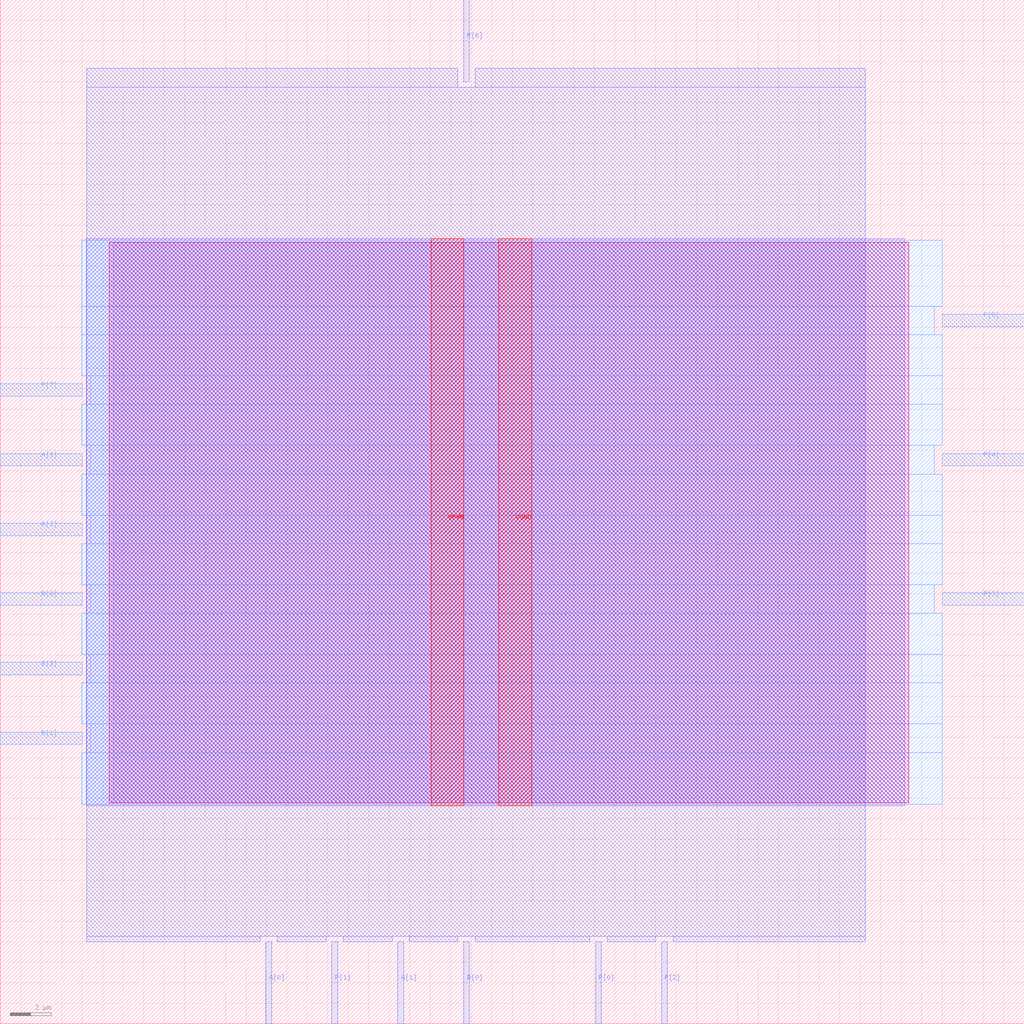
<source format=lef>
VERSION 5.7 ;
  NOWIREEXTENSIONATPIN ON ;
  DIVIDERCHAR "/" ;
  BUSBITCHARS "[]" ;
MACRO mult4_SARSA_RUIDO_e9_SarsaNStepsRuido_e9_SarsaNStepsRuido_e9_SARSA_RUIDO_e9
  CLASS BLOCK ;
  FOREIGN mult4_SARSA_RUIDO_e9_SarsaNStepsRuido_e9_SarsaNStepsRuido_e9_SARSA_RUIDO_e9 ;
  ORIGIN 0.000 0.000 ;
  SIZE 50.000 BY 50.000 ;
  PIN A[0]
    DIRECTION INPUT ;
    USE SIGNAL ;
    ANTENNAGATEAREA 0.196500 ;
    PORT
      LAYER met2 ;
        RECT 12.970 0.000 13.250 4.000 ;
    END
  END A[0]
  PIN A[1]
    DIRECTION INPUT ;
    USE SIGNAL ;
    ANTENNAGATEAREA 0.213000 ;
    PORT
      LAYER met2 ;
        RECT 19.410 0.000 19.690 4.000 ;
    END
  END A[1]
  PIN A[2]
    DIRECTION INPUT ;
    USE SIGNAL ;
    ANTENNAGATEAREA 0.213000 ;
    PORT
      LAYER met3 ;
        RECT 0.000 23.840 4.000 24.440 ;
    END
  END A[2]
  PIN A[3]
    DIRECTION INPUT ;
    USE SIGNAL ;
    ANTENNAGATEAREA 0.196500 ;
    PORT
      LAYER met3 ;
        RECT 0.000 27.240 4.000 27.840 ;
    END
  END A[3]
  PIN B[0]
    DIRECTION INPUT ;
    USE SIGNAL ;
    ANTENNAGATEAREA 0.126000 ;
    PORT
      LAYER met2 ;
        RECT 22.630 0.000 22.910 4.000 ;
    END
  END B[0]
  PIN B[1]
    DIRECTION INPUT ;
    USE SIGNAL ;
    ANTENNAGATEAREA 0.213000 ;
    PORT
      LAYER met3 ;
        RECT 0.000 13.640 4.000 14.240 ;
    END
  END B[1]
  PIN B[2]
    DIRECTION INPUT ;
    USE SIGNAL ;
    ANTENNAGATEAREA 0.213000 ;
    PORT
      LAYER met3 ;
        RECT 0.000 17.040 4.000 17.640 ;
    END
  END B[2]
  PIN B[3]
    DIRECTION INPUT ;
    USE SIGNAL ;
    ANTENNAGATEAREA 0.213000 ;
    PORT
      LAYER met3 ;
        RECT 0.000 20.440 4.000 21.040 ;
    END
  END B[3]
  PIN P[0]
    DIRECTION OUTPUT ;
    USE SIGNAL ;
    ANTENNADIFFAREA 0.445500 ;
    PORT
      LAYER met2 ;
        RECT 29.070 0.000 29.350 4.000 ;
    END
  END P[0]
  PIN P[1]
    DIRECTION OUTPUT ;
    USE SIGNAL ;
    ANTENNADIFFAREA 0.445500 ;
    PORT
      LAYER met2 ;
        RECT 16.190 0.000 16.470 4.000 ;
    END
  END P[1]
  PIN P[2]
    DIRECTION OUTPUT ;
    USE SIGNAL ;
    ANTENNADIFFAREA 0.445500 ;
    PORT
      LAYER met2 ;
        RECT 32.290 0.000 32.570 4.000 ;
    END
  END P[2]
  PIN P[3]
    DIRECTION OUTPUT ;
    USE SIGNAL ;
    ANTENNADIFFAREA 0.445500 ;
    PORT
      LAYER met3 ;
        RECT 46.000 20.440 50.000 21.040 ;
    END
  END P[3]
  PIN P[4]
    DIRECTION OUTPUT ;
    USE SIGNAL ;
    ANTENNADIFFAREA 0.445500 ;
    PORT
      LAYER met3 ;
        RECT 46.000 27.240 50.000 27.840 ;
    END
  END P[4]
  PIN P[5]
    DIRECTION OUTPUT ;
    USE SIGNAL ;
    ANTENNADIFFAREA 0.445500 ;
    PORT
      LAYER met3 ;
        RECT 46.000 34.040 50.000 34.640 ;
    END
  END P[5]
  PIN P[6]
    DIRECTION OUTPUT ;
    USE SIGNAL ;
    ANTENNADIFFAREA 0.445500 ;
    PORT
      LAYER met2 ;
        RECT 22.630 46.000 22.910 50.000 ;
    END
  END P[6]
  PIN P[7]
    DIRECTION OUTPUT ;
    USE SIGNAL ;
    ANTENNADIFFAREA 0.445500 ;
    PORT
      LAYER met3 ;
        RECT 0.000 30.640 4.000 31.240 ;
    END
  END P[7]
  PIN VGND
    DIRECTION INOUT ;
    USE GROUND ;
    PORT
      LAYER met4 ;
        RECT 24.340 10.640 25.940 38.320 ;
    END
  END VGND
  PIN VPWR
    DIRECTION INOUT ;
    USE POWER ;
    PORT
      LAYER met4 ;
        RECT 21.040 10.640 22.640 38.320 ;
    END
  END VPWR
  OBS
      LAYER nwell ;
        RECT 5.330 10.795 44.350 38.165 ;
      LAYER li1 ;
        RECT 5.520 10.795 44.160 38.165 ;
      LAYER met1 ;
        RECT 4.210 10.640 44.160 38.320 ;
      LAYER met2 ;
        RECT 4.230 45.720 22.350 46.650 ;
        RECT 23.190 45.720 42.230 46.650 ;
        RECT 4.230 4.280 42.230 45.720 ;
        RECT 4.230 4.000 12.690 4.280 ;
        RECT 13.530 4.000 15.910 4.280 ;
        RECT 16.750 4.000 19.130 4.280 ;
        RECT 19.970 4.000 22.350 4.280 ;
        RECT 23.190 4.000 28.790 4.280 ;
        RECT 29.630 4.000 32.010 4.280 ;
        RECT 32.850 4.000 42.230 4.280 ;
      LAYER met3 ;
        RECT 3.990 35.040 46.000 38.245 ;
        RECT 3.990 33.640 45.600 35.040 ;
        RECT 3.990 31.640 46.000 33.640 ;
        RECT 4.400 30.240 46.000 31.640 ;
        RECT 3.990 28.240 46.000 30.240 ;
        RECT 4.400 26.840 45.600 28.240 ;
        RECT 3.990 24.840 46.000 26.840 ;
        RECT 4.400 23.440 46.000 24.840 ;
        RECT 3.990 21.440 46.000 23.440 ;
        RECT 4.400 20.040 45.600 21.440 ;
        RECT 3.990 18.040 46.000 20.040 ;
        RECT 4.400 16.640 46.000 18.040 ;
        RECT 3.990 14.640 46.000 16.640 ;
        RECT 4.400 13.240 46.000 14.640 ;
        RECT 3.990 10.715 46.000 13.240 ;
  END
END mult4_SARSA_RUIDO_e9_SarsaNStepsRuido_e9_SarsaNStepsRuido_e9_SARSA_RUIDO_e9
END LIBRARY


</source>
